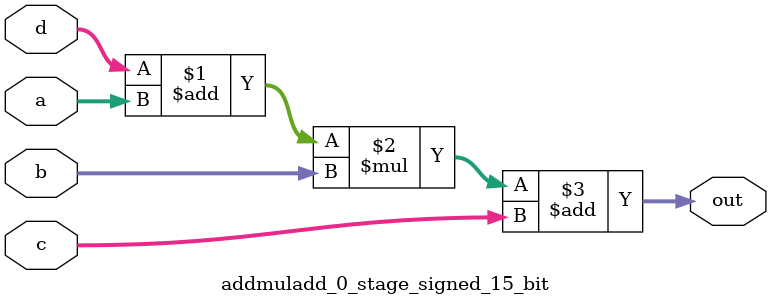
<source format=sv>
(* use_dsp = "yes" *) module addmuladd_0_stage_signed_15_bit(
	input signed [14:0] a,
	input signed [14:0] b,
	input signed [14:0] c,
	input signed [14:0] d,
	output [14:0] out
	);

	assign out = ((d + a) * b) + c;
endmodule

</source>
